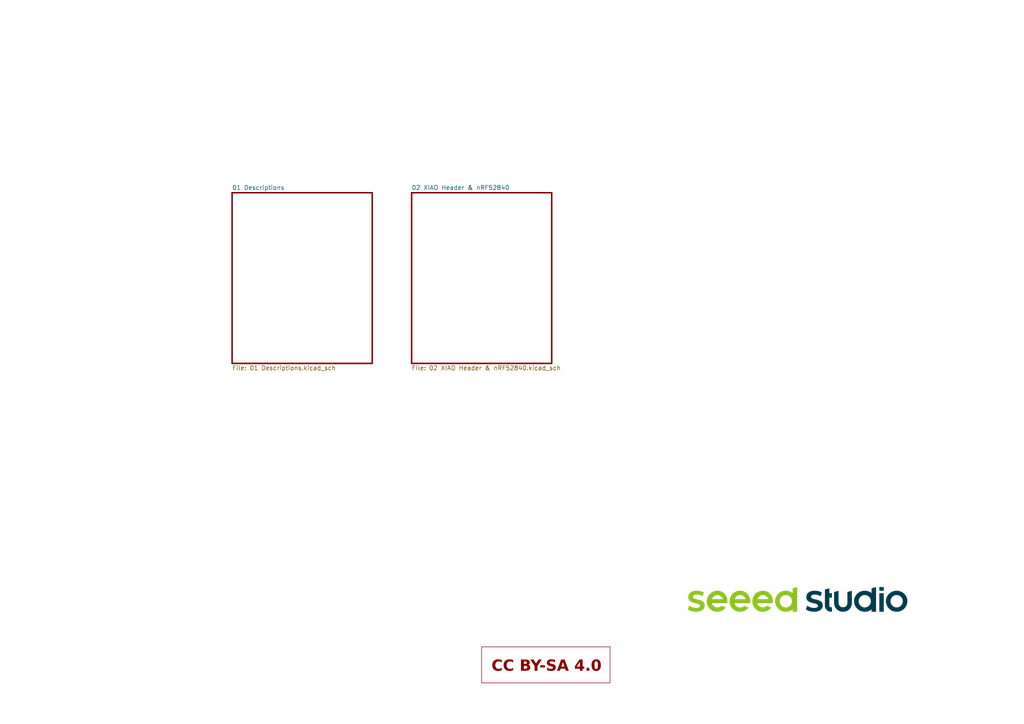
<source format=kicad_sch>
(kicad_sch (version 20250114) (generator "eeschema") (generator_version "9.0")
  (paper "A4")
  (title_block (title "XIAO nRF52840") (date "2025-12-19") (rev "V1.1"))
  (lib_symbols
    (symbol "Misc:LOGO_CC_BY-SA_4.0"
      (symbol "LOGO_CC_BY-SA_4.0_0_1"
        (rectangle (start -18.58 5.6) (end 18.68 -4.84))
      )
      (symbol "LOGO_CC_BY-SA_4.0_1_1"
        (text "CC BY-SA 4.0" (at 0.254 0 0) (effects (font (size 3.2 3.2) (thickness 0.254) (bold yes))))
      )
    )
  )
  (image (at 231.14 173.99) (scale 0.563076))
  (symbol (lib_id "Misc:LOGO_CC_BY-SA_4.0") (at 158.2674 193.2178 0) (unit 1)
    (property "Reference" "U5" (effects (hide yes)))
    (property "Footprint" "Misc:LOGO_CC_BY-SA_4.0" (effects (hide yes)))
  )
  (sheet (at 67.31 55.88) (size 40.64 49.53) (stroke (width 0.381))
    (property "Sheetname" "01 Descriptions" (at 67.31 55.1684 0) (effects (justify left bottom)))
    (property "Sheetfile" "01 Descriptions.kicad_sch" (at 67.31 105.9946 0) (effects (justify left top)))
  )
  (sheet (at 119.38 55.88) (size 40.64 49.53) (stroke (width 0.381))
    (property "Sheetname" "02 XIAO Header & nRF52840" (at 119.38 55.1684 0) (effects (justify left bottom)))
    (property "Sheetfile" "02 XIAO Header & nRF52840.kicad_sch" (at 119.38 105.9946 0) (effects (justify left top)))
  )
)
</source>
